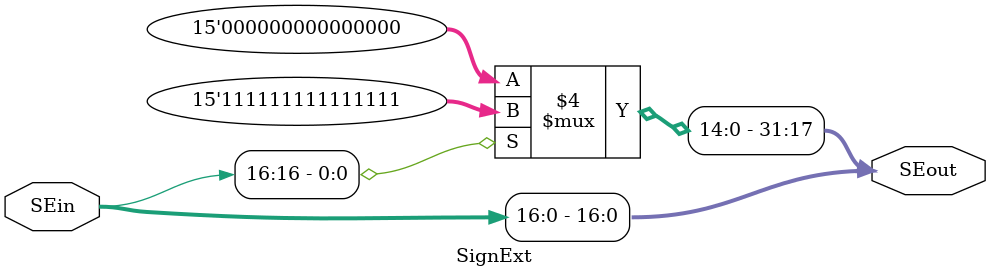
<source format=v>
module SignExt(SEin, SEout);
	input [16:0] SEin;
	output reg [31:0] SEout;	
	
	initial begin
	   SEout=32'd0;
	end 
	
	always @(SEin) begin
		SEout[16:0] = SEin[16:0];
		if (SEin[16])begin
			SEout[31:17] <= 15'b111111111111111;
		end 
		else begin
			SEout[31:17] <= 15'b000000000000000;	
		end 
	end
	
endmodule
</source>
